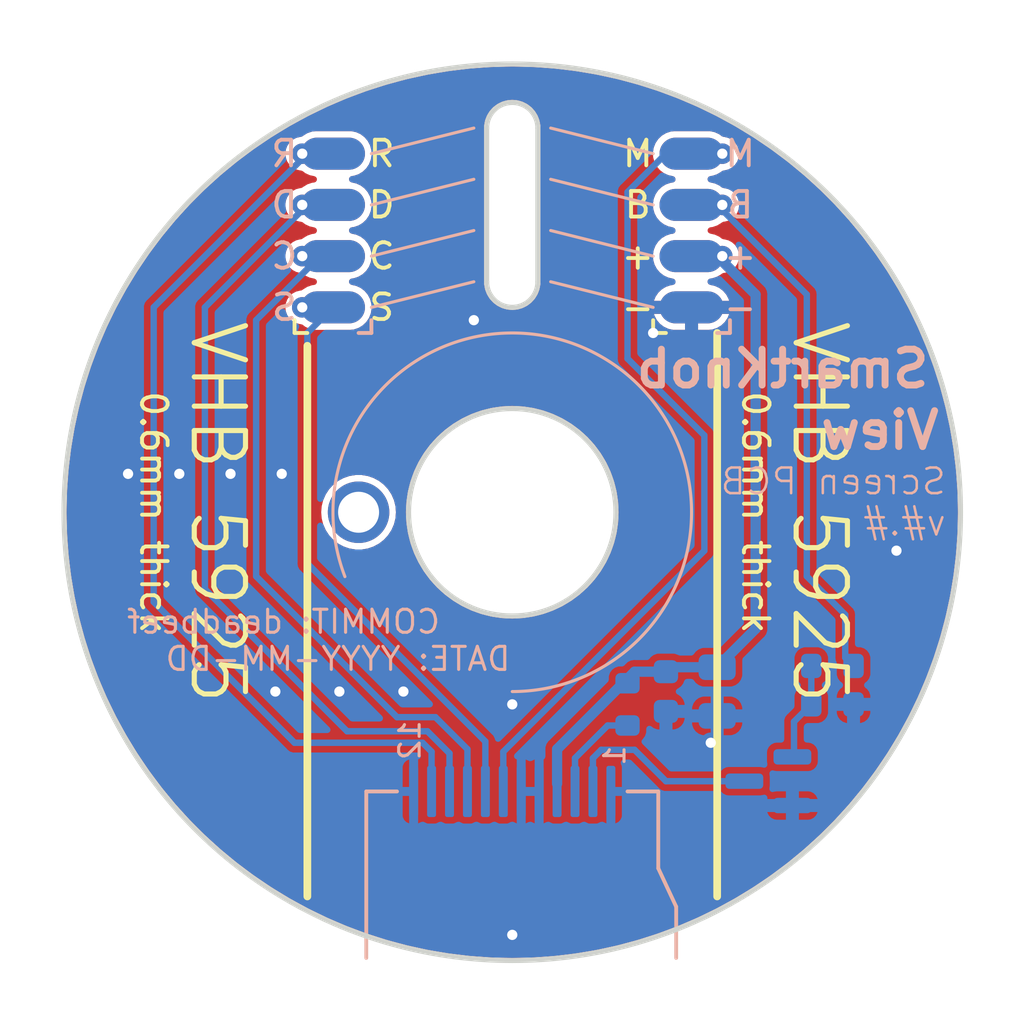
<source format=kicad_pcb>
(kicad_pcb (version 20221018) (generator pcbnew)
  (layers (0 "F.Cu" signal) (31 "B.Cu" signal) (34 "B.Paste" user) (35 "F.Paste" user) (36 "B.SilkS" user "B.Silkscreen") (37 "F.SilkS" user "F.Silkscreen") (38 "B.Mask" user) (39 "F.Mask" user) (44 "Edge.Cuts" user))
  (property "COMMIT_DATE" "YYYY-MM-DD")
  (property "COMMIT_DATE_LONG" "YYYY-MM-DD HH:MM:SS TZ")
  (property "COMMIT_HASH" "deadbeef")
  (property "RELEASE_VERSION" "v#.#")
  (net 0 "")
  (net 1 "GND")
  (net 2 "/VDD")
  (net 3 "/DC")
  (net 4 "/BACKLIGHT_EN")
  (net 5 "/nRESET")
  (net 6 "/MOSI")
  (net 7 "/SCK")
  (net 8 "/nCS")
  (net 9 "/LEDA")
  (net 10 "/LEDK")
  (net 11 "Net-(Q1-Pad1)")
  (footprint "Holes:AlignmentHole_1.6" (layer "F.Cu") (at 94 100)
    (fp_text reference "H1" hide)
    (fp_text value "AlignmentHole" hide)
    (pad "1" thru_hole circle locked (at 0 0) (size 2.4 2.4) (drill 1.6) (layers "*.Cu" "*.Mask"))
  )
  (footprint "SolderPads:SolderPads_2mm_4" (layer "F.Cu") (at 93 92 90)
    (fp_text reference "J5" hide)
    (fp_text value "Conn_01x04")
    (fp_line (start -1 -1.5) (end -1 -1) (stroke (width 0.15)) (layer "F.SilkS"))
    (fp_line (start -0.5 -1.5) (end -1 -1.5) (stroke (width 0.15)) (layer "F.SilkS"))
    (pad "1" smd oval (at 0 0 90) (size 1.25 2.5) (layers "F.Cu" "F.Mask") (net 8 "/nCS"))
    (pad "2" smd oval (at 2 0 90) (size 1.25 2.5) (layers "F.Cu" "F.Mask") (net 7 "/SCK"))
    (pad "3" smd oval (at 4 0 90) (size 1.25 2.5) (layers "F.Cu" "F.Mask") (net 6 "/MOSI"))
    (pad "4" smd oval (at 6 0 90) (size 1.25 2.5) (layers "F.Cu" "F.Mask") (net 5 "/nRESET"))
  )
  (footprint "SolderPads:SolderPads_2mm_4" (layer "F.Cu") (at 107 92 90)
    (fp_text reference "J4" hide)
    (fp_text value "Conn_01x04")
    (fp_line (start -1 -1.5) (end -1 -1) (stroke (width 0.15)) (layer "F.SilkS"))
    (fp_line (start -0.5 -1.5) (end -1 -1.5) (stroke (width 0.15)) (layer "F.SilkS"))
    (pad "1" smd oval (at 0 0 90) (size 1.25 2.5) (layers "F.Cu" "F.Mask") (net 1 "GND"))
    (pad "2" smd oval (at 2 0 90) (size 1.25 2.5) (layers "F.Cu" "F.Mask") (net 2 "/VDD"))
    (pad "3" smd oval (at 4 0 90) (size 1.25 2.5) (layers "F.Cu" "F.Mask") (net 4 "/BACKLIGHT_EN"))
    (pad "4" smd oval (at 6 0 90) (size 1.25 2.5) (layers "F.Cu" "F.Mask") (net 3 "/DC"))
  )
  (footprint "LCD_GC9A01:GC9A01Round1.28" (layer "B.Cu") (at 100 110.9 90)
    (fp_text reference "J2" hide)
    (fp_text value "GC9A01")
    (fp_text user "12" (at 2 -4 90) (layer "B.SilkS") (effects (font (size 0.8 0.8) (thickness 0.12)) (justify mirror)))
    (fp_text user "1" (at 1.4 4 90) (layer "B.SilkS") (effects (font (size 0.8 0.8) (thickness 0.12)) (justify mirror)))
    (fp_line (start -6.5 6.4) (end -4.5 6.4) (stroke (width 0.15)) (layer "B.SilkS"))
    (fp_line (start -4.5 6.4) (end -3 5.7) (stroke (width 0.15)) (layer "B.SilkS"))
    (fp_line (start 0 -5.7) (end -6.5 -5.7) (stroke (width 0.15)) (layer "B.SilkS"))
    (fp_line (start 0 -5.7) (end 0 -4.5) (stroke (width 0.15)) (layer "B.SilkS"))
    (fp_line (start 0 5.7) (end -3 5.7) (stroke (width 0.15)) (layer "B.SilkS"))
    (fp_line (start 0 5.7) (end 0 4.5) (stroke (width 0.15)) (layer "B.SilkS"))
    (pad "1" smd roundrect (at 0 3.85 90) (size 2 0.35) (layers "B.Cu" "B.Paste" "B.Mask") (net 1 "GND"))
    (pad "2" smd roundrect (at 0 3.15 90) (size 2 0.35) (layers "B.Cu" "B.Paste" "B.Mask") (net 10 "/LEDK"))
    (pad "3" smd roundrect (at 0 2.45 90) (size 2 0.35) (layers "B.Cu" "B.Paste" "B.Mask") (net 9 "/LEDA"))
    (pad "4" smd roundrect (at 0 1.75 90) (size 2 0.35) (layers "B.Cu" "B.Paste" "B.Mask") (net 2 "/VDD"))
    (pad "5" smd roundrect (at 0 1.05 90) (size 2 0.35) (layers "B.Cu" "B.Paste" "B.Mask") (net 1 "GND"))
    (pad "6" smd roundrect (at 0 0.35 90) (size 2 0.35) (layers "B.Cu" "B.Paste" "B.Mask") (net 1 "GND"))
    (pad "7" smd roundrect (at 0 -0.35 90) (size 2 0.35) (layers "B.Cu" "B.Paste" "B.Mask") (net 3 "/DC"))
    (pad "8" smd roundrect (at 0 -1.05 90) (size 2 0.35) (layers "B.Cu" "B.Paste" "B.Mask") (net 8 "/nCS"))
    (pad "9" smd roundrect (at 0 -1.75 90) (size 2 0.35) (layers "B.Cu" "B.Paste" "B.Mask") (net 7 "/SCK"))
    (pad "10" smd roundrect (at 0 -2.45 90) (size 2 0.35) (layers "B.Cu" "B.Paste" "B.Mask") (net 6 "/MOSI"))
    (pad "11" smd roundrect (at 0 -3.15 90) (size 2 0.35) (layers "B.Cu" "B.Paste" "B.Mask") (net 5 "/nRESET"))
    (pad "12" smd roundrect (at 0 -3.85 90) (size 2 0.35) (layers "B.Cu" "B.Paste" "B.Mask") (net 1 "GND"))
  )
  (footprint "Package_TO_SOT_SMD:SOT-23" (layer "B.Cu") (at 110 110.5 180)
    (fp_text reference "Q1" hide)
    (fp_text value "2N7002" hide)
    (pad "1" smd roundrect (at -0.9375 0.95 180) (size 1.475 0.6) (layers "B.Cu" "B.Paste" "B.Mask") (net 11 "Net-(Q1-Pad1)"))
    (pad "2" smd roundrect (at -0.9375 -0.95 180) (size 1.475 0.6) (layers "B.Cu" "B.Paste" "B.Mask") (net 1 "GND"))
    (pad "3" smd roundrect (at 0.9375 0 180) (size 1.475 0.6) (layers "B.Cu" "B.Paste" "B.Mask") (net 10 "/LEDK"))
  )
  (footprint "Resistor_SMD:R_0603_1608Metric" (layer "B.Cu") (at 112.5 106 180)
    (fp_text reference "R1" hide)
    (fp_text value "10k" hide)
    (pad "1" smd roundrect (at -0.825 0 180) (size 0.8 0.95) (layers "B.Cu" "B.Paste" "B.Mask") (net 4 "/BACKLIGHT_EN"))
    (pad "2" smd roundrect (at 0.825 0 180) (size 0.8 0.95) (layers "B.Cu" "B.Paste" "B.Mask") (net 11 "Net-(Q1-Pad1)"))
  )
  (footprint "Resistor_SMD:R_0603_1608Metric" (layer "B.Cu") (at 104.5 107.5 -90)
    (fp_text reference "R2" hide)
    (fp_text value "22R" hide)
    (pad "1" smd roundrect (at -0.825 0 270) (size 0.8 0.95) (layers "B.Cu" "B.Paste" "B.Mask") (net 2 "/VDD"))
    (pad "2" smd roundrect (at 0.825 0 270) (size 0.8 0.95) (layers "B.Cu" "B.Paste" "B.Mask") (net 9 "/LEDA"))
  )
  (footprint "Resistor_SMD:R_0603_1608Metric" (layer "B.Cu") (at 112.5 107.5)
    (fp_text reference "R3" hide)
    (fp_text value "1M" hide)
    (pad "1" smd roundrect (at -0.825 0) (size 0.8 0.95) (layers "B.Cu" "B.Paste" "B.Mask") (net 11 "Net-(Q1-Pad1)"))
    (pad "2" smd roundrect (at 0.825 0) (size 0.8 0.95) (layers "B.Cu" "B.Paste" "B.Mask") (net 1 "GND"))
  )
  (footprint "Capacitor_SMD:C_0603_1608Metric" (layer "B.Cu") (at 106 107 -90)
    (fp_text reference "C2" hide)
    (fp_text value "0.1uF" hide)
    (pad "1" smd roundrect (at -0.775 0 270) (size 0.9 0.95) (layers "B.Cu" "B.Paste" "B.Mask") (net 2 "/VDD"))
    (pad "2" smd roundrect (at 0.775 0 270) (size 0.9 0.95) (layers "B.Cu" "B.Paste" "B.Mask") (net 1 "GND"))
  )
  (footprint "Capacitor_SMD:C_0805_2012Metric" (layer "B.Cu") (at 108 107 -90)
    (fp_text reference "C1" hide)
    (fp_text value "22uF" hide)
    (pad "1" smd roundrect (at -0.95 0 270) (size 1 1.45) (layers "B.Cu" "B.Paste" "B.Mask") (net 2 "/VDD"))
    (pad "2" smd roundrect (at 0.95 0 270) (size 1 1.45) (layers "B.Cu" "B.Paste" "B.Mask") (net 1 "GND"))
  )
  (footprint "SolderPads:SolderPads_2mm_4" (layer "B.Cu") (at 93 92 90)
    (fp_text reference "J3" hide)
    (fp_text value "Conn_01x04")
    (fp_line (start -1 1.5) (end -1 1) (stroke (width 0.15)) (layer "B.SilkS"))
    (fp_line (start -0.5 1.5) (end -1 1.5) (stroke (width 0.15)) (layer "B.SilkS"))
    (pad "1" smd oval (at 0 0 90) (size 1.25 2.5) (layers "B.Cu" "B.Mask") (net 8 "/nCS"))
    (pad "2" smd oval (at 2 0 90) (size 1.25 2.5) (layers "B.Cu" "B.Mask") (net 7 "/SCK"))
    (pad "3" smd oval (at 4 0 90) (size 1.25 2.5) (layers "B.Cu" "B.Mask") (net 6 "/MOSI"))
    (pad "4" smd oval (at 6 0 90) (size 1.25 2.5) (layers "B.Cu" "B.Mask") (net 5 "/nRESET"))
  )
  (footprint "SolderPads:SolderPads_2mm_4" (layer "B.Cu") (at 107 92 90)
    (fp_text reference "J1" hide)
    (fp_text value "Conn_01x04")
    (fp_line (start -1 1.5) (end -1 1) (stroke (width 0.15)) (layer "B.SilkS"))
    (fp_line (start -0.5 1.5) (end -1 1.5) (stroke (width 0.15)) (layer "B.SilkS"))
    (pad "1" smd oval (at 0 0 90) (size 1.25 2.5) (layers "B.Cu" "B.Mask") (net 1 "GND"))
    (pad "2" smd oval (at 2 0 90) (size 1.25 2.5) (layers "B.Cu" "B.Mask") (net 2 "/VDD"))
    (pad "3" smd oval (at 4 0 90) (size 1.25 2.5) (layers "B.Cu" "B.Mask") (net 4 "/BACKLIGHT_EN"))
    (pad "4" smd oval (at 6 0 90) (size 1.25 2.5) (layers "B.Cu" "B.Mask") (net 3 "/DC"))
  )
  (gr_arc (start 93.466581 102.512854) (mid 103.962955 94.229819) (end 100 107) (stroke (width 0.12)) (layer "B.SilkS"))
  (gr_line (start 98.5 85) (end 94.5 86) (stroke (width 0.12)) (layer "B.SilkS"))
  (gr_line (start 98.5 91) (end 94.5 92) (stroke (width 0.12)) (layer "B.SilkS"))
  (gr_line (start 101.5 85) (end 105.5 86) (stroke (width 0.12)) (layer "B.SilkS"))
  (gr_line (start 101.5 91) (end 105.5 92) (stroke (width 0.12)) (layer "B.SilkS"))
  (gr_line (start 101.5 89) (end 105.5 90) (stroke (width 0.12)) (layer "B.SilkS"))
  (gr_line (start 101.5 87) (end 105.5 88) (stroke (width 0.12)) (layer "B.SilkS"))
  (gr_line (start 98.5 87) (end 94.5 88) (stroke (width 0.12)) (layer "B.SilkS"))
  (gr_line (start 98.5 89) (end 94.5 90) (stroke (width 0.12)) (layer "B.SilkS"))
  (gr_line (start 92 93.5) (end 92 115) (stroke (width 0.3)) (layer "F.SilkS"))
  (gr_line (start 108 93) (end 108 115) (stroke (width 0.3)) (layer "F.SilkS"))
  (gr_arc (start 101 91) (mid 100 92) (end 99 91) (stroke (width 0.2)) (layer "Edge.Cuts"))
  (gr_line (start 99 85) (end 99 91) (stroke (width 0.2)) (layer "Edge.Cuts"))
  (gr_line (start 101 91) (end 101 85) (stroke (width 0.2)) (layer "Edge.Cuts"))
  (gr_arc (start 99 85) (mid 100 84) (end 101 85) (stroke (width 0.2)) (layer "Edge.Cuts"))
  (gr_circle (center 100 100) (end 117.5 100) (stroke (width 0.2)) (fill none) (layer "Edge.Cuts"))
  (gr_circle (center 100 100) (end 104.05 100) (stroke (width 0.2)) (fill none) (layer "Edge.Cuts"))
  (gr_text "    COMMIT: ${COMMIT_HASH}\nDATE: ${COMMIT_DATE}\n" (at 100 105) (layer "B.SilkS") (effects (font (size 0.9 0.9) (thickness 0.12)) (justify left mirror)))
  (gr_text "SmartKnob" (at 116.4 94.4) (layer "B.SilkS") (effects (font (size 1.4 1.4) (thickness 0.27)) (justify left mirror)))
  (gr_text "View" (at 116.8 96.8) (layer "B.SilkS") (effects (font (size 1.4 1.4) (thickness 0.27)) (justify left mirror)))
  (gr_text "R" (at 91.1 86) (layer "B.SilkS") (effects (font (size 1 1)) (justify mirror)))
  (gr_text "M" (at 108.9 86) (layer "B.SilkS") (effects (font (size 1 1)) (justify mirror)))
  (gr_text "S" (at 91.1 92) (layer "B.SilkS") (effects (font (size 1 1)) (justify mirror)))
  (gr_text "-" (at 108.9 92) (layer "B.SilkS") (effects (font (size 1 1)) (justify mirror)))
  (gr_text "D" (at 91.1 88) (layer "B.SilkS") (effects (font (size 1 1)) (justify mirror)))
  (gr_text "+" (at 108.9 90) (layer "B.SilkS") (effects (font (size 1 1)) (justify mirror)))
  (gr_text "Screen PCB\n${RELEASE_VERSION}" (at 117 99.6) (layer "B.SilkS") (effects (font (size 1 1) (thickness 0.1)) (justify left mirror)))
  (gr_text "C" (at 91.1 90) (layer "B.SilkS") (effects (font (size 1 1)) (justify mirror)))
  (gr_text "B" (at 108.9 88) (layer "B.SilkS") (effects (font (size 1 1)) (justify mirror)))
  (gr_text "0.6mm thick" (at 86 100 -90) (layer "F.SilkS") (effects (font (size 1 1))))
  (gr_text "VHB 5925" (at 88.5 100 -90) (layer "F.SilkS") (effects (font (size 2 2) (thickness 0.2))))
  (gr_text "D" (at 94.9 88) (layer "F.SilkS") (effects (font (size 1 1))))
  (gr_text "C" (at 94.9 90) (layer "F.SilkS") (effects (font (size 1 1))))
  (gr_text "S" (at 94.9 92) (layer "F.SilkS") (effects (font (size 1 1))))
  (gr_text "R" (at 94.9 86) (layer "F.SilkS") (effects (font (size 1 1))))
  (gr_text "-" (at 104.9 92) (layer "F.SilkS") (effects (font (size 1 1))))
  (gr_text "+" (at 104.9 90) (layer "F.SilkS") (effects (font (size 1 1))))
  (gr_text "M" (at 104.9 86) (layer "F.SilkS") (effects (font (size 1 1))))
  (gr_text "B" (at 104.9 88) (layer "F.SilkS") (effects (font (size 1 1))))
  (gr_text "0.6mm thick" (at 109.5 100 -90) (layer "F.SilkS") (effects (font (size 1 1))))
  (gr_text "VHB 5925" (at 112 100 -90) (layer "F.SilkS") (effects (font (size 2 2) (thickness 0.2))))
  (via (at 93.25 107) (size 0.8) (drill 0.4) (layers "F.Cu" "B.Cu") (net 1))
  (via (at 85 98.5) (size 0.8) (drill 0.4) (layers "F.Cu" "B.Cu") (net 1))
  (via (at 107.75 109) (size 0.8) (drill 0.4) (layers "F.Cu" "B.Cu") (net 1))
  (via (at 105.5 93) (size 0.8) (drill 0.4) (layers "F.Cu" "B.Cu") (net 1))
  (via (at 91 98.5) (size 0.8) (drill 0.4) (layers "F.Cu" "B.Cu") (net 1))
  (via (at 115 101.5) (size 0.8) (drill 0.4) (layers "F.Cu" "B.Cu") (net 1))
  (via (at 100 116.5) (size 0.8) (drill 0.4) (layers "F.Cu" "B.Cu") (net 1))
  (via (at 89 98.5) (size 0.8) (drill 0.4) (layers "F.Cu" "B.Cu") (net 1))
  (via (at 95.75 107) (size 0.8) (drill 0.4) (layers "F.Cu" "B.Cu") (net 1))
  (via (at 87 98.5) (size 0.8) (drill 0.4) (layers "F.Cu" "B.Cu") (net 1))
  (via (at 90.75 107) (size 0.8) (drill 0.4) (layers "F.Cu" "B.Cu") (net 1))
  (via (at 100 107.5) (size 0.8) (drill 0.4) (layers "F.Cu" "B.Cu") (net 1))
  (via (at 98.5 92.5) (size 0.8) (drill 0.4) (layers "F.Cu" "B.Cu") (net 1))
  (via (at 108.2 90) (size 0.8) (drill 0.4) (layers "F.Cu" "B.Cu") (net 2))
  (segment (start 101.75 109.25) (end 101.75 110.6) (width 0.4) (layer "B.Cu") (net 2))
  (segment (start 108 90) (end 109.5 91.5) (width 0.4) (layer "B.Cu") (net 2))
  (segment (start 109.5 104.55) (end 108 106.05) (width 0.4) (layer "B.Cu") (net 2))
  (segment (start 109.5 91.5) (end 109.5 104.55) (width 0.4) (layer "B.Cu") (net 2))
  (segment (start 106 106.225) (end 104.775 106.225) (width 0.4) (layer "B.Cu") (net 2))
  (segment (start 106.175 106.05) (end 106 106.225) (width 0.25) (layer "B.Cu") (net 2))
  (segment (start 108 106.05) (end 106.175 106.05) (width 0.4) (layer "B.Cu") (net 2))
  (segment (start 104.775 106.225) (end 101.75 109.25) (width 0.4) (layer "B.Cu") (net 2))
  (segment (start 108 90) (end 107 90) (width 0.4) (layer "B.Cu") (net 2))
  (via (at 108.2 86) (size 0.8) (drill 0.4) (layers "F.Cu" "B.Cu") (net 3))
  (segment (start 107.5 101.5) (end 107.5 97) (width 0.25) (layer "B.Cu") (net 3))
  (segment (start 99.65 110.6) (end 99.65 109.35) (width 0.25) (layer "B.Cu") (net 3))
  (segment (start 104.5 87.5) (end 106 86) (width 0.25) (layer "B.Cu") (net 3))
  (segment (start 106 86) (end 107 86) (width 0.25) (layer "B.Cu") (net 3))
  (segment (start 104.5 94) (end 104.5 87.5) (width 0.25) (layer "B.Cu") (net 3))
  (segment (start 99.65 109.35) (end 107.5 101.5) (width 0.25) (layer "B.Cu") (net 3))
  (segment (start 107.5 97) (end 104.5 94) (width 0.25) (layer "B.Cu") (net 3))
  (via (at 108.2 88) (size 0.8) (drill 0.4) (layers "F.Cu" "B.Cu") (net 4))
  (segment (start 113 105.675) (end 113.325 106) (width 0.25) (layer "B.Cu") (net 4))
  (segment (start 113 104) (end 113 105.675) (width 0.25) (layer "B.Cu") (net 4))
  (segment (start 111.5 102.5) (end 113 104) (width 0.25) (layer "B.Cu") (net 4))
  (segment (start 107 88) (end 108 88) (width 0.25) (layer "B.Cu") (net 4))
  (segment (start 111.5 91.5) (end 111.5 102.5) (width 0.25) (layer "B.Cu") (net 4))
  (segment (start 108 88) (end 111.5 91.5) (width 0.25) (layer "B.Cu") (net 4))
  (via (at 91.8 86) (size 0.8) (drill 0.4) (layers "F.Cu" "B.Cu") (net 5))
  (segment (start 96.5 109) (end 91.5 109) (width 0.25) (layer "B.Cu") (net 5))
  (segment (start 96.85 109.35) (end 96.5 109) (width 0.25) (layer "B.Cu") (net 5))
  (segment (start 96.85 110.6) (end 96.85 109.35) (width 0.25) (layer "B.Cu") (net 5))
  (segment (start 91.5 109) (end 86 103.5) (width 0.25) (layer "B.Cu") (net 5))
  (segment (start 86 103.5) (end 86 92) (width 0.25) (layer "B.Cu") (net 5))
  (segment (start 86 92) (end 92 86) (width 0.25) (layer "B.Cu") (net 5))
  (segment (start 92 86) (end 93 86) (width 0.25) (layer "B.Cu") (net 5))
  (via (at 91.8 88) (size 0.8) (drill 0.4) (layers "F.Cu" "B.Cu") (net 6))
  (segment (start 88 103) (end 93.549991 108.549991) (width 0.25) (layer "B.Cu") (net 6))
  (segment (start 93.549991 108.549991) (end 96.686401 108.549991) (width 0.25) (layer "B.Cu") (net 6))
  (segment (start 92 88) (end 88 92) (width 0.25) (layer "B.Cu") (net 6))
  (segment (start 88 92) (end 88 103) (width 0.25) (layer "B.Cu") (net 6))
  (segment (start 96.686401 108.549991) (end 97.55 109.413589) (width 0.25) (layer "B.Cu") (net 6))
  (segment (start 93 88) (end 92 88) (width 0.25) (layer "B.Cu") (net 6))
  (segment (start 97.55 109.413589) (end 97.55 110.6) (width 0.25) (layer "B.Cu") (net 6))
  (via (at 91.8 90) (size 0.8) (drill 0.4) (layers "F.Cu" "B.Cu") (net 7))
  (segment (start 92.5 90) (end 93 90) (width 0.25) (layer "B.Cu") (net 7))
  (segment (start 98.25 110.6) (end 98.25 109.25) (width 0.25) (layer "B.Cu") (net 7))
  (segment (start 95.5 108) (end 90 102.5) (width 0.25) (layer "B.Cu") (net 7))
  (segment (start 97 108) (end 95.5 108) (width 0.25) (layer "B.Cu") (net 7))
  (segment (start 98.25 109.25) (end 97 108) (width 0.25) (layer "B.Cu") (net 7))
  (segment (start 90 102.5) (end 90 92.5) (width 0.25) (layer "B.Cu") (net 7))
  (segment (start 90 92.5) (end 92.5 90) (width 0.25) (layer "B.Cu") (net 7))
  (via (at 91.8 92) (size 0.8) (drill 0.4) (layers "F.Cu" "B.Cu") (net 8))
  (segment (start 92 93) (end 93 92) (width 0.25) (layer "B.Cu") (net 8))
  (segment (start 92 102) (end 92 93) (width 0.25) (layer "B.Cu") (net 8))
  (segment (start 98.95 110.6) (end 98.95 108.95) (width 0.25) (layer "B.Cu") (net 8))
  (segment (start 98.95 108.95) (end 92 102) (width 0.25) (layer "B.Cu") (net 8))
  (segment (start 103.725 108.325) (end 104.5 108.325) (width 0.25) (layer "B.Cu") (net 9))
  (segment (start 102.45 109.6) (end 103.725 108.325) (width 0.25) (layer "B.Cu") (net 9))
  (segment (start 102.45 110.6) (end 102.45 109.6) (width 0.25) (layer "B.Cu") (net 9))
  (segment (start 103.15 109.6) (end 103.47501 109.27499) (width 0.25) (layer "B.Cu") (net 10))
  (segment (start 104.77499 109.27499) (end 106 110.5) (width 0.25) (layer "B.Cu") (net 10))
  (segment (start 103.47501 109.27499) (end 104.77499 109.27499) (width 0.25) (layer "B.Cu") (net 10))
  (segment (start 103.15 110.6) (end 103.15 109.6) (width 0.25) (layer "B.Cu") (net 10))
  (segment (start 106 110.5) (end 109 110.5) (width 0.25) (layer "B.Cu") (net 10))
  (segment (start 111 108.175) (end 111.675 107.5) (width 0.25) (layer "B.Cu") (net 11))
  (segment (start 111.675 106) (end 111.675 107.5) (width 0.25) (layer "B.Cu") (net 11))
  (segment (start 111 109.55) (end 111 108.175) (width 0.25) (layer "B.Cu") (net 11))
  (zone (net 1) (net_name "GND") (layer "F.Cu") (connect_pads (clearance 0.254)) (min_thickness 0.254) (fill yes (thermal_gap 0.254) (thermal_bridge_width 0.508))
    (polygon (pts (xy 120 120) (xy 80 120) (xy 80 80) (xy 120 80)))
  )
  (zone (net 1) (net_name "GND") (layer "B.Cu") (connect_pads (clearance 0.254)) (min_thickness 0.254) (fill yes (thermal_gap 0.254) (thermal_bridge_width 0.508))
    (polygon (pts (xy 120 120) (xy 80 120) (xy 80 80) (xy 120 80)))
  )
)
</source>
